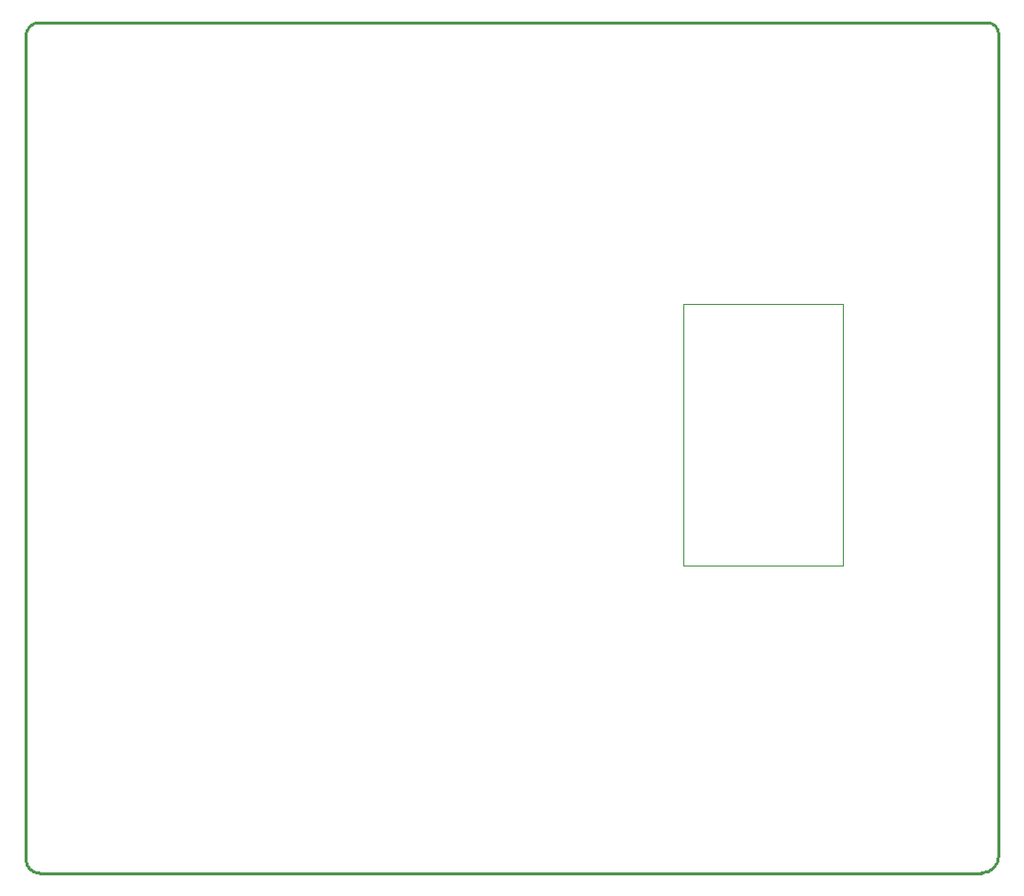
<source format=gbp>
G04*
G04 #@! TF.GenerationSoftware,Altium Limited,Altium Designer,25.8.1 (18)*
G04*
G04 Layer_Color=128*
%FSLAX24Y24*%
%MOIN*%
G70*
G04*
G04 #@! TF.SameCoordinates,E7C4B6EF-679D-40F3-B346-0123BADFF20E*
G04*
G04*
G04 #@! TF.FilePolarity,Positive*
G04*
G01*
G75*
%ADD13C,0.0100*%
%ADD17C,0.0039*%
D13*
X30787Y-1571D02*
G03*
X31359Y-999I0J572D01*
G01*
X31359Y26866D02*
G03*
X30975Y27250I-384J0D01*
G01*
X-1112Y27254D02*
G03*
X-1575Y26791I0J-463D01*
G01*
X-1575Y-1112D02*
G03*
X-1112Y-1575I463J0D01*
G01*
X31359Y-999D02*
X31359Y26866D01*
X30906Y27254D02*
X30975Y27250D01*
X-1112Y27254D02*
X30906Y27254D01*
X-1113Y-1575D02*
X30787Y-1575D01*
X-1575Y26791D02*
X-1575Y-1112D01*
D17*
X20669Y8858D02*
X26083D01*
X20669D02*
Y17717D01*
X26083Y8858D02*
Y17717D01*
X20669D02*
X26083D01*
M02*

</source>
